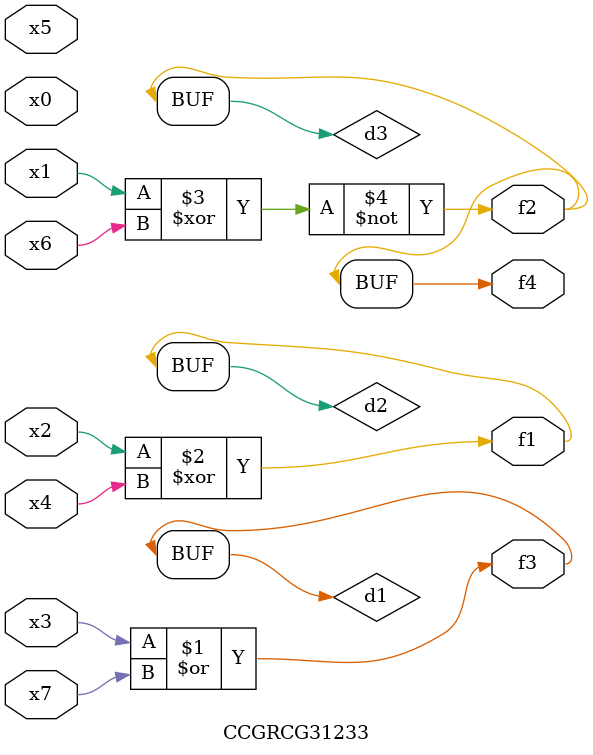
<source format=v>
module CCGRCG31233(
	input x0, x1, x2, x3, x4, x5, x6, x7,
	output f1, f2, f3, f4
);

	wire d1, d2, d3;

	or (d1, x3, x7);
	xor (d2, x2, x4);
	xnor (d3, x1, x6);
	assign f1 = d2;
	assign f2 = d3;
	assign f3 = d1;
	assign f4 = d3;
endmodule

</source>
